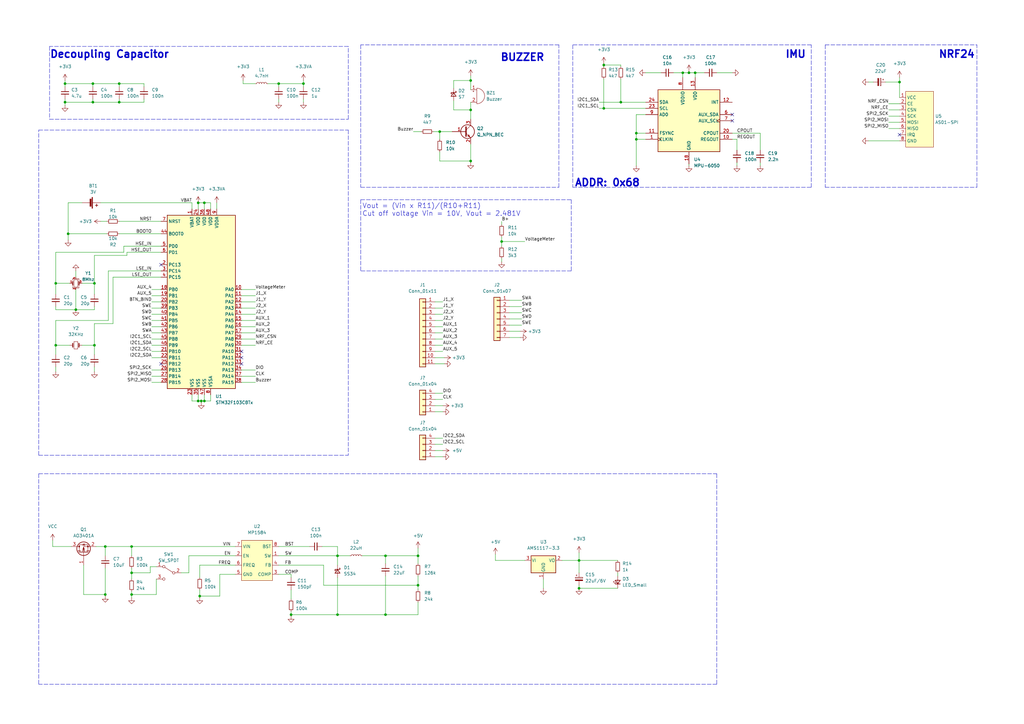
<source format=kicad_sch>
(kicad_sch (version 20211123) (generator eeschema)
  (paper "A3")
  (title_block (title "Digital Transmitter") (date "2022-09-16") (rev "Version 1.0") (company "BIT2BYTE"))
  (junction (at 53.975 234.95))
  (junction (at 368.935 33.655))
  (junction (at 193.04 66.04))
  (junction (at 282.575 29.845))
  (junction (at 280.035 29.845))
  (junction (at 193.04 45.085))
  (junction (at 83.82 83.185))
  (junction (at 38.735 141.605))
  (junction (at 81.28 83.185))
  (junction (at 31.115 127))
  (junction (at 237.49 241.3))
  (junction (at 260.985 57.15))
  (junction (at 138.43 252.095))
  (junction (at 48.895 34.29))
  (junction (at 205.74 99.06))
  (junction (at 38.735 116.205))
  (junction (at 171.45 227.965))
  (junction (at 38.1 41.91))
  (junction (at 119.38 252.095))
  (junction (at 22.86 116.205))
  (junction (at 81.28 164.465))
  (junction (at 247.65 26.67))
  (junction (at 180.34 53.975))
  (junction (at 158.115 252.095))
  (junction (at 193.04 33.02))
  (junction (at 285.115 29.845))
  (junction (at 38.1 34.29))
  (junction (at 22.86 141.605))
  (junction (at 260.985 54.61))
  (junction (at 83.82 164.465))
  (junction (at 26.67 34.29))
  (junction (at 254.635 41.91))
  (junction (at 53.975 243.84))
  (junction (at 114.3 34.29))
  (junction (at 43.18 224.155))
  (junction (at 138.43 227.965))
  (junction (at 171.45 240.03))
  (junction (at 158.115 227.965))
  (junction (at 81.915 244.475))
  (junction (at 124.46 34.29))
  (junction (at 27.94 95.885))
  (junction (at 43.18 243.84))
  (junction (at 247.65 44.45))
  (junction (at 26.67 41.91))
  (junction (at 237.49 229.87))
  (junction (at 48.895 41.91))
  (junction (at 82.55 164.465))
  (junction (at 53.975 224.155))
  (no_connect (at 300.355 49.53))
  (no_connect (at 300.355 46.99))
  (no_connect (at 368.935 55.245))
  (no_connect (at 66.04 149.225))
  (no_connect (at 66.04 108.585))
  (no_connect (at 99.06 149.225))
  (no_connect (at 99.06 146.685))
  (no_connect (at 99.06 144.145))
  (wire (pts (xy 64.135 237.49) (xy 64.135 243.84)))
  (polyline (pts (xy 15.875 194.31) (xy 15.875 280.67)))
  (wire (pts (xy 38.1 41.91) (xy 26.67 41.91)))
  (wire (pts (xy 62.23 141.605) (xy 66.04 141.605)))
  (wire (pts (xy 48.895 40.64) (xy 48.895 41.91)))
  (wire (pts (xy 178.435 187.325) (xy 181.61 187.325)))
  (wire (pts (xy 81.28 161.925) (xy 81.28 164.465)))
  (wire (pts (xy 38.1 40.64) (xy 38.1 41.91)))
  (wire (pts (xy 99.06 154.305) (xy 104.775 154.305)))
  (wire (pts (xy 27.94 95.885) (xy 27.94 98.425)))
  (wire (pts (xy 82.55 164.465) (xy 82.55 165.1)))
  (wire (pts (xy 260.985 57.15) (xy 264.795 57.15)))
  (wire (pts (xy 114.3 35.56) (xy 114.3 34.29)))
  (wire (pts (xy 260.985 54.61) (xy 264.795 54.61)))
  (polyline (pts (xy 25.4 48.895) (xy 142.875 48.895)))
  (wire (pts (xy 22.86 127) (xy 31.115 127)))
  (wire (pts (xy 260.985 57.15) (xy 260.985 67.945)))
  (wire (pts (xy 38.735 104.775) (xy 38.735 116.205)))
  (wire (pts (xy 59.055 41.91) (xy 48.895 41.91)))
  (polyline (pts (xy 160.02 76.835) (xy 229.235 76.835)))
  (wire (pts (xy 62.23 131.445) (xy 66.04 131.445)))
  (wire (pts (xy 28.575 116.205) (xy 22.86 116.205)))
  (wire (pts (xy 48.895 34.29) (xy 48.895 35.56)))
  (wire (pts (xy 364.49 47.625) (xy 368.935 47.625)))
  (wire (pts (xy 53.975 224.155) (xy 53.975 227.965)))
  (wire (pts (xy 99.06 133.985) (xy 104.775 133.985)))
  (polyline (pts (xy 294.005 280.67) (xy 15.875 280.67)))
  (wire (pts (xy 254.635 27.305) (xy 254.635 26.67)))
  (wire (pts (xy 205.74 97.155) (xy 205.74 99.06)))
  (wire (pts (xy 193.04 66.04) (xy 193.04 66.675)))
  (wire (pts (xy 193.04 41.91) (xy 193.04 45.085)))
  (wire (pts (xy 368.935 31.75) (xy 368.935 33.655)))
  (wire (pts (xy 41.275 90.805) (xy 43.815 90.805)))
  (wire (pts (xy 237.49 229.87) (xy 230.505 229.87)))
  (wire (pts (xy 52.07 104.775) (xy 38.735 104.775)))
  (wire (pts (xy 264.795 46.99) (xy 260.985 46.99)))
  (wire (pts (xy 53.975 242.57) (xy 53.975 243.84)))
  (wire (pts (xy 208.915 135.89) (xy 213.36 135.89)))
  (wire (pts (xy 99.06 128.905) (xy 104.775 128.905)))
  (wire (pts (xy 99.06 126.365) (xy 104.775 126.365)))
  (wire (pts (xy 22.86 116.205) (xy 22.86 120.65)))
  (wire (pts (xy 22.86 145.415) (xy 22.86 141.605)))
  (wire (pts (xy 364.49 42.545) (xy 368.935 42.545)))
  (wire (pts (xy 237.49 234.95) (xy 237.49 229.87)))
  (polyline (pts (xy 15.875 194.31) (xy 294.005 194.31)))
  (wire (pts (xy 21.59 221.615) (xy 21.59 224.155)))
  (wire (pts (xy 33.655 83.185) (xy 27.94 83.185)))
  (wire (pts (xy 114.3 235.585) (xy 119.38 235.585)))
  (wire (pts (xy 356.235 33.655) (xy 358.14 33.655)))
  (wire (pts (xy 178.435 163.83) (xy 181.61 163.83)))
  (polyline (pts (xy 338.455 18.415) (xy 400.685 18.415)))
  (wire (pts (xy 205.74 99.06) (xy 205.74 100.965)))
  (wire (pts (xy 247.65 44.45) (xy 264.795 44.45)))
  (wire (pts (xy 222.885 237.49) (xy 222.885 241.3)))
  (wire (pts (xy 356.235 57.785) (xy 368.935 57.785)))
  (wire (pts (xy 171.45 236.22) (xy 171.45 240.03)))
  (polyline (pts (xy 147.955 18.415) (xy 147.955 76.835)))
  (wire (pts (xy 78.74 161.925) (xy 78.74 164.465)))
  (polyline (pts (xy 229.235 18.415) (xy 147.955 18.415)))
  (wire (pts (xy 26.67 33.02) (xy 26.67 34.29)))
  (wire (pts (xy 53.975 243.84) (xy 53.975 245.11)))
  (wire (pts (xy 285.115 29.845) (xy 288.925 29.845)))
  (wire (pts (xy 119.38 250.825) (xy 119.38 252.095)))
  (wire (pts (xy 81.915 244.475) (xy 81.915 245.11)))
  (polyline (pts (xy 20.32 19.05) (xy 20.32 48.895)))
  (wire (pts (xy 178.435 179.705) (xy 181.61 179.705)))
  (wire (pts (xy 43.18 224.155) (xy 53.975 224.155)))
  (wire (pts (xy 186.055 33.02) (xy 193.04 33.02)))
  (wire (pts (xy 81.915 236.855) (xy 81.915 231.775)))
  (wire (pts (xy 38.735 125.73) (xy 38.735 127)))
  (wire (pts (xy 253.365 234.95) (xy 253.365 236.22)))
  (wire (pts (xy 62.23 118.745) (xy 66.04 118.745)))
  (wire (pts (xy 193.04 31.115) (xy 193.04 33.02)))
  (wire (pts (xy 62.23 133.985) (xy 66.04 133.985)))
  (wire (pts (xy 99.06 118.745) (xy 104.775 118.745)))
  (wire (pts (xy 245.745 44.45) (xy 247.65 44.45)))
  (wire (pts (xy 86.36 83.185) (xy 83.82 83.185)))
  (wire (pts (xy 66.04 113.665) (xy 46.355 113.665)))
  (wire (pts (xy 300.355 57.15) (xy 302.26 57.15)))
  (wire (pts (xy 86.36 161.925) (xy 86.36 164.465)))
  (wire (pts (xy 78.74 83.185) (xy 78.74 85.725)))
  (wire (pts (xy 138.43 227.965) (xy 143.51 227.965)))
  (wire (pts (xy 158.115 227.965) (xy 158.115 231.14)))
  (wire (pts (xy 178.435 144.145) (xy 181.61 144.145)))
  (wire (pts (xy 364.49 52.705) (xy 368.935 52.705)))
  (wire (pts (xy 77.47 234.95) (xy 77.47 227.965)))
  (wire (pts (xy 237.49 241.3) (xy 253.365 241.3)))
  (wire (pts (xy 171.45 240.03) (xy 171.45 241.935)))
  (wire (pts (xy 33.655 141.605) (xy 38.735 141.605)))
  (wire (pts (xy 208.915 123.19) (xy 213.995 123.19)))
  (wire (pts (xy 48.895 90.805) (xy 66.04 90.805)))
  (wire (pts (xy 34.29 243.84) (xy 43.18 243.84)))
  (wire (pts (xy 43.18 243.84) (xy 43.18 244.475)))
  (wire (pts (xy 119.38 241.935) (xy 119.38 245.745)))
  (wire (pts (xy 90.17 244.475) (xy 81.915 244.475)))
  (wire (pts (xy 177.8 53.975) (xy 180.34 53.975)))
  (wire (pts (xy 52.07 103.505) (xy 52.07 104.775)))
  (wire (pts (xy 62.23 146.685) (xy 66.04 146.685)))
  (wire (pts (xy 22.86 150.495) (xy 22.86 152.4)))
  (wire (pts (xy 193.04 33.02) (xy 193.04 36.83)))
  (wire (pts (xy 43.18 233.045) (xy 43.18 243.84)))
  (wire (pts (xy 99.06 136.525) (xy 104.775 136.525)))
  (wire (pts (xy 247.65 32.385) (xy 247.65 44.45)))
  (wire (pts (xy 38.735 132.715) (xy 38.735 141.605)))
  (wire (pts (xy 186.055 45.085) (xy 193.04 45.085)))
  (wire (pts (xy 43.18 224.155) (xy 43.18 227.965)))
  (wire (pts (xy 171.45 227.965) (xy 171.45 231.14)))
  (wire (pts (xy 34.29 231.775) (xy 34.29 243.84)))
  (wire (pts (xy 178.435 126.365) (xy 181.61 126.365)))
  (wire (pts (xy 208.915 125.73) (xy 213.995 125.73)))
  (wire (pts (xy 178.435 149.225) (xy 182.245 149.225)))
  (wire (pts (xy 83.82 83.185) (xy 81.28 83.185)))
  (wire (pts (xy 311.785 54.61) (xy 300.355 54.61)))
  (wire (pts (xy 178.435 136.525) (xy 181.61 136.525)))
  (wire (pts (xy 90.17 235.585) (xy 90.17 244.475)))
  (polyline (pts (xy 147.955 81.915) (xy 147.955 111.125)))
  (wire (pts (xy 64.135 243.84) (xy 53.975 243.84)))
  (wire (pts (xy 254.635 41.91) (xy 264.795 41.91)))
  (wire (pts (xy 247.65 26.67) (xy 247.65 27.305)))
  (wire (pts (xy 48.895 41.91) (xy 38.1 41.91)))
  (wire (pts (xy 237.49 240.03) (xy 237.49 241.3)))
  (wire (pts (xy 38.1 34.29) (xy 38.1 35.56)))
  (wire (pts (xy 53.975 234.95) (xy 53.975 237.49)))
  (wire (pts (xy 205.74 106.045) (xy 205.74 107.315)))
  (wire (pts (xy 83.82 164.465) (xy 86.36 164.465)))
  (wire (pts (xy 186.055 41.275) (xy 186.055 45.085)))
  (wire (pts (xy 50.8 103.505) (xy 50.8 100.965)))
  (wire (pts (xy 158.115 252.095) (xy 171.45 252.095)))
  (wire (pts (xy 186.055 36.195) (xy 186.055 33.02)))
  (wire (pts (xy 38.735 127) (xy 31.115 127)))
  (wire (pts (xy 53.975 224.155) (xy 96.52 224.155)))
  (wire (pts (xy 178.435 146.685) (xy 182.245 146.685)))
  (wire (pts (xy 62.23 154.305) (xy 66.04 154.305)))
  (wire (pts (xy 260.985 54.61) (xy 260.985 57.15)))
  (wire (pts (xy 215.265 229.87) (xy 203.2 229.87)))
  (wire (pts (xy 26.67 34.29) (xy 26.67 35.56)))
  (wire (pts (xy 44.45 131.445) (xy 44.45 111.125)))
  (wire (pts (xy 22.86 125.73) (xy 22.86 127)))
  (wire (pts (xy 119.38 252.095) (xy 119.38 252.73)))
  (wire (pts (xy 53.975 233.045) (xy 53.975 234.95)))
  (wire (pts (xy 285.115 31.75) (xy 285.115 29.845)))
  (wire (pts (xy 260.985 46.99) (xy 260.985 54.61)))
  (wire (pts (xy 280.035 29.845) (xy 280.035 31.75)))
  (wire (pts (xy 208.915 130.81) (xy 213.995 130.81)))
  (wire (pts (xy 132.715 231.775) (xy 114.3 231.775)))
  (wire (pts (xy 22.86 131.445) (xy 44.45 131.445)))
  (polyline (pts (xy 332.74 76.835) (xy 332.74 18.415)))
  (wire (pts (xy 26.67 34.29) (xy 38.1 34.29)))
  (wire (pts (xy 178.435 166.37) (xy 181.61 166.37)))
  (wire (pts (xy 99.06 141.605) (xy 104.775 141.605)))
  (wire (pts (xy 193.04 45.085) (xy 193.04 48.895)))
  (wire (pts (xy 38.735 150.495) (xy 38.735 152.4)))
  (wire (pts (xy 180.34 66.04) (xy 193.04 66.04)))
  (wire (pts (xy 138.43 252.095) (xy 119.38 252.095)))
  (wire (pts (xy 81.915 241.935) (xy 81.915 244.475)))
  (wire (pts (xy 62.23 144.145) (xy 66.04 144.145)))
  (wire (pts (xy 282.575 29.21) (xy 282.575 29.845)))
  (wire (pts (xy 245.745 41.91) (xy 254.635 41.91)))
  (polyline (pts (xy 15.875 186.69) (xy 15.875 53.34)))
  (wire (pts (xy 114.3 227.965) (xy 138.43 227.965)))
  (wire (pts (xy 280.035 29.845) (xy 282.575 29.845)))
  (wire (pts (xy 62.23 128.905) (xy 66.04 128.905)))
  (wire (pts (xy 99.06 131.445) (xy 104.775 131.445)))
  (wire (pts (xy 254.635 32.385) (xy 254.635 41.91)))
  (polyline (pts (xy 147.955 76.835) (xy 160.02 76.835)))
  (wire (pts (xy 282.575 67.31) (xy 282.575 67.945)))
  (wire (pts (xy 81.28 164.465) (xy 82.55 164.465)))
  (wire (pts (xy 31.115 118.745) (xy 31.115 127)))
  (wire (pts (xy 171.45 240.03) (xy 132.715 240.03)))
  (wire (pts (xy 180.34 57.15) (xy 180.34 53.975)))
  (polyline (pts (xy 234.315 111.125) (xy 147.955 111.125)))
  (wire (pts (xy 178.435 123.825) (xy 181.61 123.825)))
  (wire (pts (xy 26.67 40.64) (xy 26.67 41.91)))
  (wire (pts (xy 203.2 229.87) (xy 203.2 227.33)))
  (wire (pts (xy 282.575 29.845) (xy 285.115 29.845)))
  (wire (pts (xy 114.3 34.29) (xy 124.46 34.29)))
  (wire (pts (xy 208.915 128.27) (xy 213.995 128.27)))
  (polyline (pts (xy 234.315 81.915) (xy 234.315 111.125)))
  (wire (pts (xy 99.06 151.765) (xy 104.775 151.765)))
  (wire (pts (xy 237.49 229.87) (xy 253.365 229.87)))
  (polyline (pts (xy 142.875 48.895) (xy 142.875 19.05)))
  (wire (pts (xy 138.43 227.965) (xy 138.43 231.775)))
  (wire (pts (xy 82.55 164.465) (xy 83.82 164.465)))
  (wire (pts (xy 44.45 111.125) (xy 66.04 111.125)))
  (wire (pts (xy 62.23 121.285) (xy 66.04 121.285)))
  (wire (pts (xy 83.82 161.925) (xy 83.82 164.465)))
  (wire (pts (xy 264.795 29.845) (xy 271.145 29.845)))
  (wire (pts (xy 169.545 53.975) (xy 172.72 53.975)))
  (wire (pts (xy 124.46 40.64) (xy 124.46 41.91)))
  (polyline (pts (xy 338.455 18.415) (xy 338.455 76.835)))
  (wire (pts (xy 66.04 103.505) (xy 52.07 103.505)))
  (wire (pts (xy 114.3 224.155) (xy 127 224.155)))
  (polyline (pts (xy 142.875 53.34) (xy 142.875 186.69)))
  (wire (pts (xy 193.04 59.055) (xy 193.04 66.04)))
  (wire (pts (xy 158.115 227.965) (xy 171.45 227.965)))
  (wire (pts (xy 178.435 182.245) (xy 181.61 182.245)))
  (polyline (pts (xy 15.875 186.69) (xy 142.875 186.69)))
  (wire (pts (xy 99.695 33.02) (xy 99.695 34.29)))
  (wire (pts (xy 38.735 141.605) (xy 38.735 145.415)))
  (wire (pts (xy 138.43 224.155) (xy 138.43 227.965)))
  (wire (pts (xy 124.46 34.29) (xy 124.46 35.56)))
  (wire (pts (xy 26.67 41.91) (xy 26.67 43.18)))
  (wire (pts (xy 311.785 66.675) (xy 311.785 67.945)))
  (wire (pts (xy 138.43 236.855) (xy 138.43 252.095)))
  (wire (pts (xy 158.115 236.22) (xy 158.115 252.095)))
  (wire (pts (xy 124.46 33.02) (xy 124.46 34.29)))
  (wire (pts (xy 38.1 34.29) (xy 48.895 34.29)))
  (wire (pts (xy 62.23 151.765) (xy 66.04 151.765)))
  (wire (pts (xy 178.435 168.91) (xy 181.61 168.91)))
  (wire (pts (xy 132.08 224.155) (xy 138.43 224.155)))
  (wire (pts (xy 368.935 33.655) (xy 368.935 40.005)))
  (wire (pts (xy 64.135 232.41) (xy 61.595 232.41)))
  (wire (pts (xy 363.22 33.655) (xy 368.935 33.655)))
  (wire (pts (xy 86.36 85.725) (xy 86.36 83.185)))
  (wire (pts (xy 48.895 34.29) (xy 59.055 34.29)))
  (polyline (pts (xy 338.455 76.835) (xy 400.685 76.835)))
  (wire (pts (xy 237.49 226.695) (xy 237.49 229.87)))
  (wire (pts (xy 109.855 34.29) (xy 114.3 34.29)))
  (wire (pts (xy 22.86 116.205) (xy 22.86 103.505)))
  (polyline (pts (xy 142.875 19.05) (xy 20.32 19.05)))
  (wire (pts (xy 171.45 224.79) (xy 171.45 227.965)))
  (wire (pts (xy 208.915 133.35) (xy 213.995 133.35)))
  (wire (pts (xy 302.26 57.15) (xy 302.26 61.595)))
  (wire (pts (xy 22.86 141.605) (xy 28.575 141.605)))
  (wire (pts (xy 364.49 50.165) (xy 368.935 50.165)))
  (wire (pts (xy 171.45 252.095) (xy 171.45 247.015)))
  (wire (pts (xy 59.055 34.29) (xy 59.055 35.56)))
  (wire (pts (xy 41.275 83.185) (xy 78.74 83.185)))
  (wire (pts (xy 38.735 116.205) (xy 38.735 120.65)))
  (wire (pts (xy 50.8 100.965) (xy 66.04 100.965)))
  (wire (pts (xy 62.23 136.525) (xy 66.04 136.525)))
  (wire (pts (xy 178.435 141.605) (xy 181.61 141.605)))
  (wire (pts (xy 158.115 252.095) (xy 138.43 252.095)))
  (wire (pts (xy 31.115 111.125) (xy 31.115 113.665)))
  (wire (pts (xy 132.715 240.03) (xy 132.715 231.775)))
  (wire (pts (xy 99.06 139.065) (xy 104.775 139.065)))
  (wire (pts (xy 247.65 26.035) (xy 247.65 26.67)))
  (wire (pts (xy 62.23 123.825) (xy 66.04 123.825)))
  (wire (pts (xy 78.74 164.465) (xy 81.28 164.465)))
  (wire (pts (xy 208.915 138.43) (xy 213.36 138.43)))
  (wire (pts (xy 62.23 126.365) (xy 66.04 126.365)))
  (wire (pts (xy 46.355 113.665) (xy 46.355 132.715)))
  (wire (pts (xy 27.94 95.885) (xy 27.94 83.185)))
  (wire (pts (xy 178.435 128.905) (xy 181.61 128.905)))
  (polyline (pts (xy 20.32 48.895) (xy 25.4 48.895)))
  (wire (pts (xy 364.49 45.085) (xy 368.935 45.085)))
  (wire (pts (xy 22.86 141.605) (xy 22.86 131.445)))
  (polyline (pts (xy 229.235 76.835) (xy 229.235 18.415)))
  (wire (pts (xy 77.47 227.965) (xy 96.52 227.965)))
  (wire (pts (xy 311.785 61.595) (xy 311.785 54.61)))
  (polyline (pts (xy 294.005 194.31) (xy 294.005 280.67)))
  (wire (pts (xy 43.815 95.885) (xy 27.94 95.885)))
  (polyline (pts (xy 332.74 18.415) (xy 234.95 18.415)))
  (wire (pts (xy 22.86 103.505) (xy 50.8 103.505)))
  (wire (pts (xy 205.74 90.805) (xy 205.74 92.075)))
  (wire (pts (xy 59.055 40.64) (xy 59.055 41.91)))
  (wire (pts (xy 81.28 83.185) (xy 81.28 85.725)))
  (wire (pts (xy 294.005 29.845) (xy 300.355 29.845)))
  (polyline (pts (xy 234.95 18.415) (xy 234.95 76.835)))
  (wire (pts (xy 81.915 231.775) (xy 96.52 231.775)))
  (wire (pts (xy 61.595 234.95) (xy 53.975 234.95)))
  (wire (pts (xy 96.52 235.585) (xy 90.17 235.585)))
  (wire (pts (xy 99.06 156.845) (xy 104.775 156.845)))
  (wire (pts (xy 205.74 99.06) (xy 215.265 99.06)))
  (polyline (pts (xy 15.875 53.34) (xy 142.875 53.34)))
  (wire (pts (xy 254.635 26.67) (xy 247.65 26.67)))
  (wire (pts (xy 99.695 34.29) (xy 104.775 34.29)))
  (wire (pts (xy 178.435 133.985) (xy 181.61 133.985)))
  (wire (pts (xy 276.225 29.845) (xy 280.035 29.845)))
  (wire (pts (xy 99.06 121.285) (xy 104.775 121.285)))
  (wire (pts (xy 74.295 234.95) (xy 77.47 234.95)))
  (wire (pts (xy 21.59 224.155) (xy 29.21 224.155)))
  (wire (pts (xy 180.34 53.975) (xy 185.42 53.975)))
  (wire (pts (xy 178.435 131.445) (xy 181.61 131.445)))
  (wire (pts (xy 178.435 184.785) (xy 181.61 184.785)))
  (wire (pts (xy 114.3 40.64) (xy 114.3 41.91)))
  (polyline (pts (xy 400.685 76.835) (xy 400.685 18.415)))
  (wire (pts (xy 61.595 232.41) (xy 61.595 234.95)))
  (wire (pts (xy 88.9 83.185) (xy 88.9 85.725)))
  (wire (pts (xy 62.23 156.845) (xy 66.04 156.845)))
  (wire (pts (xy 119.38 235.585) (xy 119.38 236.855)))
  (wire (pts (xy 83.82 83.185) (xy 83.82 85.725)))
  (wire (pts (xy 178.435 139.065) (xy 181.61 139.065)))
  (polyline (pts (xy 234.95 76.835) (xy 332.74 76.835)))
  (polyline (pts (xy 147.955 81.915) (xy 234.315 81.915)))
  (wire (pts (xy 148.59 227.965) (xy 158.115 227.965)))
  (wire (pts (xy 62.23 139.065) (xy 66.04 139.065)))
  (wire (pts (xy 99.06 123.825) (xy 104.775 123.825)))
  (wire (pts (xy 302.26 66.675) (xy 302.26 67.945)))
  (wire (pts (xy 48.895 95.885) (xy 66.04 95.885)))
  (wire (pts (xy 178.435 161.29) (xy 181.61 161.29)))
  (wire (pts (xy 46.355 132.715) (xy 38.735 132.715)))
  (wire (pts (xy 180.34 62.23) (xy 180.34 66.04)))
  (wire (pts (xy 33.655 116.205) (xy 38.735 116.205)))
  (wire (pts (xy 39.37 224.155) (xy 43.18 224.155)))
  (text "Vout = (Vin x R11)/(R10+R11)" (at 148.59 85.725 0) (effects (font (size 2 2)) (justify left bottom)))
  (text "Cut off voltage Vin = 10V, Vout = 2.481V" (at 148.59 88.9 0) (effects (font (size 2 2)) (justify left bottom)))
  (text "NRF24" (at 384.81 24.13 0) (effects (font (size 3 3) bold) (justify left bottom)))
  (text "BUZZER" (at 205.105 25.4 0) (effects (font (size 3 3) bold) (justify left bottom)))
  (text "Decoupling Capacitor" (at 20.32 24.13 0) (effects (font (size 3 3) bold) (justify left bottom)))
  (text "ADDR: 0x68" (at 235.585 76.835 0) (effects (font (size 3 3) bold) (justify left bottom)))
  (text "IMU" (at 321.945 24.13 0) (effects (font (size 3 3) (thickness 0.6) bold) (justify left bottom)))
  (label "SPI2_MISO" (at 62.23 154.305 180))
  (label "SWA" (at 213.995 123.19 0))
  (label "FB" (at 116.84 231.775 0))
  (label "AUX_3" (at 104.775 136.525 0))
  (label "CPOUT" (at 302.26 54.61 0))
  (label "I2C2_SCL" (at 62.23 144.145 180))
  (label "I2C2_SCL" (at 181.61 182.245 0))
  (label "J1_X" (at 181.61 123.825 0))
  (label "AUX_1" (at 181.61 133.985 0))
  (label "NRST" (at 62.23 90.805 180))
  (label "VoltageMeter" (at 215.265 99.06 0))
  (label "J1_Y" (at 181.61 126.365 0))
  (label "LSE_OUT" (at 62.23 113.665 180))
  (label "NRF_CSN" (at 364.49 42.545 180))
  (label "SWD" (at 213.995 130.81 0))
  (label "SPI2_MOSI" (at 364.49 50.165 180))
  (label "Buzzer" (at 169.545 53.975 180))
  (label "SWC" (at 62.23 131.445 180))
  (label "Buzzer" (at 104.775 156.845 0))
  (label "SWB" (at 62.23 133.985 180))
  (label "VIN" (at 94.615 224.155 180))
  (label "I2C1_SCL" (at 245.745 44.45 180))
  (label "HSE_OUT" (at 62.23 103.505 180))
  (label "I2C2_SDA" (at 62.23 146.685 180))
  (label "BOOTO" (at 62.23 95.885 180))
  (label "NRF_CE" (at 104.775 141.605 0))
  (label "DIO" (at 104.775 151.765 0))
  (label "EN" (at 94.615 227.965 180))
  (label "SWA" (at 62.23 136.525 180))
  (label "J2_Y" (at 181.61 131.445 0))
  (label "NRF_CE" (at 364.49 45.085 180))
  (label "SPI2_MISO" (at 364.49 52.705 180))
  (label "AUX_2" (at 104.775 133.985 0))
  (label "SPI2_SCK" (at 364.49 47.625 180))
  (label "SWE" (at 213.995 133.35 0))
  (label "SWB" (at 213.995 125.73 0))
  (label "REGOUT" (at 302.26 57.15 0))
  (label "SWD" (at 62.23 128.905 180))
  (label "J2_X" (at 104.775 126.365 0))
  (label "VBAT" (at 78.74 83.185 180))
  (label "VoltageMeter" (at 104.775 118.745 0))
  (label "I2C2_SDA" (at 181.61 179.705 0))
  (label "AUX_1" (at 104.775 131.445 0))
  (label "HSE_IN" (at 62.23 100.965 180))
  (label "I2C1_SDA" (at 245.745 41.91 180))
  (label "BST" (at 116.84 224.155 0))
  (label "B+" (at 205.74 90.805 0))
  (label "AUX_5" (at 62.23 121.285 180))
  (label "SWC" (at 213.995 128.27 0))
  (label "NRF_CSN" (at 104.775 139.065 0))
  (label "AUX_2" (at 181.61 136.525 0))
  (label "SW" (at 116.84 227.965 0))
  (label "I2C1_SDA" (at 62.23 141.605 180))
  (label "SPI2_MOSI" (at 62.23 156.845 180))
  (label "BTN_BIND" (at 62.23 123.825 180))
  (label "DIO" (at 181.61 161.29 0))
  (label "AUX_5" (at 181.61 144.145 0))
  (label "CLK" (at 104.775 154.305 0))
  (label "AUX_3" (at 181.61 139.065 0))
  (label "J2_Y" (at 104.775 128.905 0))
  (label "J1_Y" (at 104.775 123.825 0))
  (label "I2C1_SCL" (at 62.23 139.065 180))
  (label "COMP" (at 116.84 235.585 0))
  (label "AUX_4" (at 181.61 141.605 0))
  (label "AUX_4" (at 62.23 118.745 180))
  (label "SPI2_SCK" (at 62.23 151.765 180))
  (label "J2_X" (at 181.61 128.905 0))
  (label "LSE_IN" (at 62.23 111.125 180))
  (label "FREQ" (at 94.615 231.775 180))
  (label "CLK" (at 181.61 163.83 0))
  (label "J1_X" (at 104.775 121.285 0))
  (label "SWE" (at 62.23 126.365 180))
  (symbol (lib_id "power:+3.3VA") (at 124.46 33.02 0) (unit 1)
    (property "Reference" "#PWR019" (effects hide))
    (property "Value" "+3.3VA" (at 124.46 27.305 0))
  )
  (symbol (lib_id "Device:C_Small") (at 22.86 147.955 0) (unit 1)
    (property "Reference" "C2" (at 26.035 146.6912 0) (effects (justify left)))
    (property "Value" "20p" (at 26.035 149.2312 0) (effects (justify left)))
    (property "Footprint" "Capacitor_SMD:C_0603_1608Metric" (effects hide))
  )
  (symbol (lib_id "power:+3.3V") (at 99.695 33.02 0) (unit 1)
    (property "Reference" "#PWR016" (effects hide))
    (property "Value" "+3.3V" (at 99.695 27.305 0))
  )
  (symbol (lib_id "Device:C_Small") (at 129.54 224.155 90) (unit 1)
    (property "Reference" "C13" (at 129.5463 217.17 90))
    (property "Value" "100n" (at 129.5463 219.71 90))
    (property "Footprint" "Capacitor_SMD:C_0603_1608Metric" (effects hide))
  )
  (symbol (lib_id "power:+3.3V") (at 41.275 90.805 90) (unit 1)
    (property "Reference" "#PWR09" (effects hide))
    (property "Value" "+3.3V" (at 32.385 90.805 90) (effects (justify right)))
  )
  (symbol (lib_id "Device:C_Small") (at 273.685 29.845 90) (unit 1)
    (property "Reference" "C16" (at 273.6913 23.495 90))
    (property "Value" "10n" (at 273.6913 26.035 90))
    (property "Footprint" "Capacitor_SMD:C_0603_1608Metric" (effects hide))
  )
  (symbol (lib_id "power:GND") (at 181.61 168.91 90) (unit 1)
    (property "Reference" "#PWR?" (effects hide))
    (property "Value" "GND" (effects hide))
  )
  (symbol (lib_id "power:GND") (at 31.115 111.125 180) (unit 1)
    (property "Reference" "#PWR06" (effects hide))
    (property "Value" "GND" (effects hide))
  )
  (symbol (lib_id "Device:D_Schottky_Small") (at 186.055 38.735 270) (unit 1)
    (property "Reference" "D2" (at 187.96 37.2109 90) (effects (justify left)))
    (property "Value" "S7" (at 187.96 39.7509 90) (effects (justify left)))
  )
  (symbol (lib_id "power:+5V") (at 171.45 224.79 0) (unit 1)
    (property "Reference" "#PWR021" (effects hide))
    (property "Value" "+5V" (at 171.45 219.71 0))
  )
  (symbol (lib_id "power:GND") (at 260.985 67.945 0) (unit 1)
    (property "Reference" "#PWR034" (effects hide))
    (property "Value" "GND" (effects hide))
  )
  (symbol (lib_id "Device:R_Small") (at 53.975 240.03 0) (unit 1)
    (property "Reference" "R4" (at 55.88 238.7599 0) (effects (justify left)))
    (property "Value" "24k" (at 55.88 241.2999 0) (effects (justify left)))
    (property "Footprint" "Resistor_SMD:R_0603_1608Metric" (effects hide))
  )
  (symbol (lib_id "Device:Crystal_Small") (at 31.115 141.605 0) (unit 1)
    (property "Reference" "Y2" (at 31.115 134.62 0))
    (property "Value" "32KHz" (at 31.115 137.16 0))
    (property "Footprint" "Crystal:Crystal_SMD_3215-2Pin_3.2x1.5mm" (effects hide))
  )
  (symbol (lib_id "Device:R_Small") (at 53.975 230.505 0) (unit 1)
    (property "Reference" "R3" (at 55.88 229.2349 0) (effects (justify left)))
    (property "Value" "100k" (at 55.88 231.7749 0) (effects (justify left)))
    (property "Footprint" "Resistor_SMD:R_0603_1608Metric" (effects hide))
  )
  (symbol (lib_id "power:GND") (at 264.795 29.845 270) (unit 1)
    (property "Reference" "#PWR035" (effects hide))
    (property "Value" "GND" (effects hide))
  )
  (symbol (lib_id "Device:R_Small") (at 171.45 233.68 0) (unit 1)
    (property "Reference" "R7" (at 173.99 232.4099 0) (effects (justify left)))
    (property "Value" "126k" (at 173.99 234.9499 0) (effects (justify left)))
    (property "Footprint" "Resistor_SMD:R_0603_1608Metric" (effects hide))
  )
  (symbol (lib_id "Device:C_Small") (at 124.46 38.1 0) (unit 1)
    (property "Reference" "C12" (at 127.635 36.8362 0) (effects (justify left)))
    (property "Value" "1u" (at 127.635 39.3762 0) (effects (justify left)))
    (property "Footprint" "Capacitor_SMD:C_0603_1608Metric" (effects hide))
  )
  (symbol (lib_id "Device:C_Small") (at 26.67 38.1 0) (unit 1)
    (property "Reference" "C3" (at 29.21 36.8362 0) (effects (justify left)))
    (property "Value" "4.7u" (at 29.21 39.3762 0) (effects (justify left)))
    (property "Footprint" "Capacitor_SMD:C_0805_2012Metric" (effects hide))
  )
  (symbol (lib_id "Device:L_Small") (at 146.05 227.965 90) (unit 1)
    (property "Reference" "L2" (at 146.05 222.25 90))
    (property "Value" "22uH" (at 146.05 224.79 90))
    (property "Footprint" "Inductor_SMD:L_7.3x7.3_H4.5" (effects hide))
  )
  (symbol (lib_id "power:+3.3V") (at 182.245 146.685 270) (unit 1)
    (property "Reference" "#PWR022" (effects hide))
    (property "Value" "+3.3V" (at 185.42 146.6849 90) (effects (justify left)))
  )
  (symbol (lib_id "power:GND") (at 356.235 33.655 270) (unit 1)
    (property "Reference" "#PWR041" (effects hide))
    (property "Value" "GND" (effects hide))
  )
  (symbol (lib_id "Device:C_Small") (at 119.38 239.395 0) (unit 1)
    (property "Reference" "C11" (at 121.92 238.1312 0) (effects (justify left)))
    (property "Value" "150pF" (at 121.92 240.6712 0) (effects (justify left)))
    (property "Footprint" "Capacitor_SMD:C_0603_1608Metric" (effects hide))
  )
  (symbol (lib_id "power:GND") (at 81.915 245.11 0) (unit 1)
    (property "Reference" "#PWR013" (effects hide))
    (property "Value" "GND" (effects hide))
  )
  (symbol (lib_id "power:GND") (at 22.86 152.4 0) (unit 1)
    (property "Reference" "#PWR02" (effects hide))
    (property "Value" "GND" (effects hide))
  )
  (symbol (lib_id "Device:Buzzer") (at 195.58 39.37 0) (unit 1)
    (property "Reference" "BZ1" (at 199.39 38.0999 0) (effects (justify left)))
    (property "Value" "Buzzer" (at 199.39 40.6399 0) (effects (justify left)))
  )
  (symbol (lib_id "Device:C_Small") (at 48.895 38.1 0) (unit 1)
    (property "Reference" "C8" (at 52.07 36.8362 0) (effects (justify left)))
    (property "Value" "100n" (at 52.07 39.3762 0) (effects (justify left)))
    (property "Footprint" "Capacitor_SMD:C_0603_1608Metric" (effects hide))
  )
  (symbol (lib_id "Device:Battery_Cell") (at 36.195 83.185 270) (unit 1)
    (property "Reference" "BT1" (at 38.227 76.2 90))
    (property "Value" "3V" (at 38.227 78.74 90))
  )
  (symbol (lib_id "power:GND") (at 181.61 187.325 90) (unit 1)
    (property "Reference" "#PWR?" (effects hide))
    (property "Value" "GND" (effects hide))
  )
  (symbol (lib_id "power:GND") (at 302.26 67.945 0) (unit 1)
    (property "Reference" "#PWR039" (effects hide))
    (property "Value" "GND" (effects hide))
  )
  (symbol (lib_id "Switch:SW_SPDT") (at 69.215 234.95 0) (mirror y) (unit 1)
    (property "Reference" "SW1" (at 69.215 227.33 0))
    (property "Value" "SW_SPDT" (at 69.215 229.87 0))
  )
  (symbol (lib_id "Device:R_Small") (at 175.26 53.975 90) (unit 1)
    (property "Reference" "R9" (at 175.26 47.625 90))
    (property "Value" "4k7" (at 175.26 50.165 90))
    (property "Footprint" "Resistor_SMD:R_0603_1608Metric" (effects hide))
  )
  (symbol (lib_id "Device:C_Polarized_Small") (at 237.49 237.49 0) (unit 1)
    (property "Reference" "C15" (at 240.03 235.6738 0) (effects (justify left)))
    (property "Value" "22uF/6V" (at 240.03 238.2138 0) (effects (justify left)))
    (property "Footprint" "Capacitor_Tantalum_SMD:CP_EIA-3216-10_Kemet-I" (effects hide))
  )
  (symbol (lib_id "power:GND") (at 237.49 241.3 0) (unit 1)
    (property "Reference" "#PWR032" (effects hide))
    (property "Value" "GND" (effects hide))
  )
  (symbol (lib_id "power:VCC") (at 21.59 221.615 0) (unit 1)
    (property "Reference" "#PWR01" (effects hide))
    (property "Value" "VCC" (at 21.59 215.9 0))
  )
  (symbol (lib_id "power:GND") (at 119.38 252.73 0) (unit 1)
    (property "Reference" "#PWR018" (effects hide))
    (property "Value" "GND" (effects hide))
  )
  (symbol (lib_id "Device:C_Small") (at 291.465 29.845 90) (unit 1)
    (property "Reference" "C17" (at 291.4713 23.495 90))
    (property "Value" "100n" (at 291.4713 26.035 90))
    (property "Footprint" "Capacitor_SMD:C_0603_1608Metric" (effects hide))
  )
  (symbol (lib_id "myCustomLibs:AS01-SPI") (at 387.985 47.625 0) (unit 1)
    (property "Reference" "U5" (at 383.54 47.6249 0) (effects (justify left)))
    (property "Value" "AS01-SPI" (at 383.54 50.1649 0) (effects (justify left)))
    (property "Footprint" "myCustomLibs:AS01-SPI" (effects hide))
  )
  (symbol (lib_id "Device:R_Small") (at 253.365 232.41 0) (unit 1)
    (property "Reference" "R14" (at 255.27 231.1399 0) (effects (justify left)))
    (property "Value" "1k" (at 255.27 233.6799 0) (effects (justify left)))
    (property "Footprint" "Resistor_SMD:R_0603_1608Metric" (effects hide))
  )
  (symbol (lib_id "power:+3.3V") (at 247.65 26.035 0) (unit 1)
    (property "Reference" "#PWR033" (effects hide))
    (property "Value" "+3.3V" (at 247.65 20.32 0))
  )
  (symbol (lib_id "power:GND") (at 205.74 107.315 0) (unit 1)
    (property "Reference" "#PWR027" (effects hide))
    (property "Value" "GND" (effects hide))
  )
  (symbol (lib_id "Device:C_Small") (at 22.86 123.19 0) (unit 1)
    (property "Reference" "C1" (at 26.035 121.9262 0) (effects (justify left)))
    (property "Value" "20p" (at 26.035 124.4662 0) (effects (justify left)))
    (property "Footprint" "Capacitor_SMD:C_0603_1608Metric" (effects hide))
  )
  (symbol (lib_id "Device:Crystal_GND24_Small") (at 31.115 116.205 0) (unit 1)
    (property "Reference" "Y1" (at 36.195 112.0648 0))
    (property "Value" "8Mhz" (at 36.195 114.6048 0))
    (property "Footprint" "Crystal:Crystal_SMD_3225-4Pin_3.2x2.5mm" (effects hide))
  )
  (symbol (lib_id "power:+5V") (at 203.2 227.33 0) (unit 1)
    (property "Reference" "#PWR026" (effects hide))
    (property "Value" "+5V" (at 203.2 222.25 0))
  )
  (symbol (lib_id "power:+3.3V") (at 181.61 166.37 270) (unit 1)
    (property "Reference" "#PWR?" (effects hide))
    (property "Value" "+3.3V" (at 184.785 166.3699 90) (effects (justify left)))
  )
  (symbol (lib_id "power:+3.3V") (at 282.575 29.21 0) (unit 1)
    (property "Reference" "#PWR036" (effects hide))
    (property "Value" "+3.3V" (at 282.575 23.495 0))
  )
  (symbol (lib_id "Device:C_Small") (at 38.735 123.19 0) (unit 1)
    (property "Reference" "C5" (at 33.02 121.92 0) (effects (justify left)))
    (property "Value" "20p" (at 33.02 124.46 0) (effects (justify left)))
    (property "Footprint" "Capacitor_SMD:C_0603_1608Metric" (effects hide))
  )
  (symbol (lib_id "power:GND") (at 26.67 43.18 0) (unit 1)
    (property "Reference" "#PWR04" (effects hide))
    (property "Value" "GND" (effects hide))
  )
  (symbol (lib_id "power:GND") (at 311.785 67.945 0) (unit 1)
    (property "Reference" "#PWR040" (effects hide))
    (property "Value" "GND" (effects hide))
  )
  (symbol (lib_id "Device:R_Small") (at 180.34 59.69 180) (unit 1)
    (property "Reference" "R10" (at 182.88 58.4199 0) (effects (justify right)))
    (property "Value" "10k" (at 182.88 60.9599 0) (effects (justify right)))
    (property "Footprint" "Resistor_SMD:R_0603_1608Metric" (effects hide))
  )
  (symbol (lib_id "power:GND") (at 43.18 244.475 0) (unit 1)
    (property "Reference" "#PWR010" (effects hide))
    (property "Value" "GND" (effects hide))
  )
  (symbol (lib_id "MCU_ST_STM32F1:STM32F103C8Tx") (at 83.82 123.825 0) (unit 1)
    (property "Reference" "U1" (at 88.3794 162.56 0) (effects (justify left)))
    (property "Value" "STM32F103C8Tx" (at 88.3794 165.1 0) (effects (justify left)))
    (property "Footprint" "Package_QFP:LQFP-48_7x7mm_P0.5mm" (effects hide))
    (property "Datasheet" "http://www.st.com/st-web-ui/static/active/en/resource/technical/document/datasheet/CD00161566.pdf" (effects hide))
  )
  (symbol (lib_id "power:GND") (at 300.355 29.845 90) (unit 1)
    (property "Reference" "#PWR038" (effects hide))
    (property "Value" "GND" (effects hide))
  )
  (symbol (lib_id "Device:R_Small") (at 81.915 239.395 0) (unit 1)
    (property "Reference" "R5" (at 83.82 238.1249 0) (effects (justify left)))
    (property "Value" "100k" (at 83.82 240.6649 0) (effects (justify left)))
    (property "Footprint" "Resistor_SMD:R_0603_1608Metric" (effects hide))
  )
  (symbol (lib_id "Transistor_FET:AO3401A") (at 34.29 226.695 90) (unit 1)
    (property "Reference" "Q1" (at 34.29 217.17 90))
    (property "Value" "AO3401A" (at 34.29 219.71 90))
    (property "Footprint" "Package_TO_SOT_SMD:SOT-23" (effects hide))
    (property "Datasheet" "http://www.aosmd.com/pdfs/datasheet/AO3401A.pdf" (effects hide))
  )
  (symbol (lib_id "power:GND") (at 193.04 66.675 0) (unit 1)
    (property "Reference" "#PWR025" (effects hide))
    (property "Value" "GND" (effects hide))
  )
  (symbol (lib_id "Connector_Generic:Conn_01x11") (at 173.355 136.525 0) (mirror y) (unit 1)
    (property "Reference" "J1" (at 173.355 116.84 0))
    (property "Value" "Conn_01x11" (at 173.355 119.38 0))
  )
  (symbol (lib_id "power:+3.3V") (at 81.28 83.185 0) (unit 1)
    (property "Reference" "#PWR012" (effects hide))
    (property "Value" "+3.3V" (at 81.28 77.47 0))
  )
  (symbol (lib_id "Connector_Generic:Conn_01x04") (at 173.355 184.785 180) (unit 1)
    (property "Reference" "J?" (at 173.355 173.355 0))
    (property "Value" "Conn_01x04" (at 173.355 175.895 0))
  )
  (symbol (lib_id "Device:C_Small") (at 114.3 38.1 0) (unit 1)
    (property "Reference" "C10" (at 117.475 36.8362 0) (effects (justify left)))
    (property "Value" "100n" (at 117.475 39.3762 0) (effects (justify left)))
    (property "Footprint" "Capacitor_SMD:C_0603_1608Metric" (effects hide))
  )
  (symbol (lib_id "Device:R_Small") (at 247.65 29.845 0) (unit 1)
    (property "Reference" "R13" (at 249.555 28.5749 0) (effects (justify left)))
    (property "Value" "4k7" (at 249.555 31.1149 0) (effects (justify left)))
    (property "Footprint" "Resistor_SMD:R_0603_1608Metric" (effects hide))
  )
  (symbol (lib_id "Device:R_Small") (at 119.38 248.285 0) (unit 1)
    (property "Reference" "R6" (at 121.285 247.0149 0) (effects (justify left)))
    (property "Value" "100k" (at 121.285 249.5549 0) (effects (justify left)))
    (property "Footprint" "Resistor_SMD:R_0603_1608Metric" (effects hide))
  )
  (symbol (lib_id "power:GND") (at 53.975 245.11 0) (unit 1)
    (property "Reference" "#PWR011" (effects hide))
    (property "Value" "GND" (effects hide))
  )
  (symbol (lib_id "Device:C_Small") (at 38.1 38.1 0) (unit 1)
    (property "Reference" "C4" (at 41.275 36.8362 0) (effects (justify left)))
    (property "Value" "100n" (at 41.275 39.3762 0) (effects (justify left)))
    (property "Footprint" "Capacitor_SMD:C_0603_1608Metric" (effects hide))
  )
  (symbol (lib_id "power:GND") (at 114.3 41.91 0) (unit 1)
    (property "Reference" "#PWR017" (effects hide))
    (property "Value" "GND" (effects hide))
  )
  (symbol (lib_id "Device:C_Small") (at 302.26 64.135 0) (unit 1)
    (property "Reference" "C18" (at 305.435 62.8712 0) (effects (justify left)))
    (property "Value" "100n" (at 305.435 65.4112 0) (effects (justify left)))
    (property "Footprint" "Capacitor_SMD:C_0603_1608Metric" (effects hide))
  )
  (symbol (lib_id "Device:Q_NPN_BEC") (at 190.5 53.975 0) (unit 1)
    (property "Reference" "Q2" (at 195.58 52.7049 0) (effects (justify left)))
    (property "Value" "Q_NPN_BEC" (at 195.58 55.2449 0) (effects (justify left)))
  )
  (symbol (lib_id "power:GND") (at 31.115 127 0) (unit 1)
    (property "Reference" "#PWR07" (effects hide))
    (property "Value" "GND" (effects hide))
  )
  (symbol (lib_id "power:+3.3V") (at 237.49 226.695 0) (unit 1)
    (property "Reference" "#PWR031" (effects hide))
    (property "Value" "+3.3V" (at 237.49 220.98 0))
  )
  (symbol (lib_id "Device:C_Small") (at 43.18 230.505 0) (unit 1)
    (property "Reference" "C7" (at 46.355 229.2412 0) (effects (justify left)))
    (property "Value" "10uF" (at 46.355 231.7812 0) (effects (justify left)))
    (property "Footprint" "Capacitor_SMD:C_1206_3216Metric" (effects hide))
  )
  (symbol (lib_id "power:GND") (at 213.36 138.43 90) (unit 1)
    (property "Reference" "#PWR029" (effects hide))
    (property "Value" "GND" (effects hide))
  )
  (symbol (lib_id "power:+3.3V") (at 193.04 31.115 0) (unit 1)
    (property "Reference" "#PWR024" (effects hide))
    (property "Value" "+3.3V" (at 193.04 25.4 0))
  )
  (symbol (lib_id "Device:C_Small") (at 59.055 38.1 0) (unit 1)
    (property "Reference" "C9" (at 62.23 36.8362 0) (effects (justify left)))
    (property "Value" "100n" (at 62.23 39.3762 0) (effects (justify left)))
    (property "Footprint" "Capacitor_SMD:C_0603_1608Metric" (effects hide))
  )
  (symbol (lib_id "Device:R_Small") (at 254.635 29.845 0) (unit 1)
    (property "Reference" "R15" (at 256.54 28.5749 0) (effects (justify left)))
    (property "Value" "4k7" (at 256.54 31.1149 0) (effects (justify left)))
    (property "Footprint" "Resistor_SMD:R_0603_1608Metric" (effects hide))
  )
  (symbol (lib_id "Device:R_Small") (at 46.355 90.805 90) (unit 1)
    (property "Reference" "R1" (at 46.355 86.36 90))
    (property "Value" "10k" (at 46.355 88.9 90))
    (property "Footprint" "Resistor_SMD:R_0603_1608Metric" (effects hide))
  )
  (symbol (lib_id "power:GND") (at 124.46 41.91 0) (unit 1)
    (property "Reference" "#PWR020" (effects hide))
    (property "Value" "GND" (effects hide))
  )
  (symbol (lib_id "Device:R_Small") (at 205.74 94.615 0) (unit 1)
    (property "Reference" "R11" (at 208.28 93.3449 0) (effects (justify left)))
    (property "Value" "10k" (at 208.28 95.8849 0) (effects (justify left)))
    (property "Footprint" "Resistor_SMD:R_0603_1608Metric" (effects hide))
  )
  (symbol (lib_id "power:+3.3V") (at 368.935 31.75 0) (unit 1)
    (property "Reference" "#PWR043" (effects hide))
    (property "Value" "+3.3V" (at 368.935 26.035 0))
  )
  (symbol (lib_id "Device:D_Schottky_Small") (at 138.43 234.315 270) (unit 1)
    (property "Reference" "D1" (at 140.97 232.7909 90) (effects (justify left)))
    (property "Value" "SS34" (at 140.97 235.3309 90) (effects (justify left)))
  )
  (symbol (lib_id "Device:R_Small") (at 171.45 244.475 0) (unit 1)
    (property "Reference" "R8" (at 173.99 243.2049 0) (effects (justify left)))
    (property "Value" "24k" (at 173.99 245.7449 0) (effects (justify left)))
    (property "Footprint" "Resistor_SMD:R_0603_1608Metric" (effects hide))
  )
  (symbol (lib_id "power:+3.3V") (at 213.36 135.89 270) (unit 1)
    (property "Reference" "#PWR028" (effects hide))
    (property "Value" "+3.3V" (at 216.535 135.8899 90) (effects (justify left)))
  )
  (symbol (lib_id "myCustomLibs:MP1584") (at 105.41 229.235 0) (unit 1)
    (property "Reference" "U2" (at 105.41 215.9 0))
    (property "Value" "MP1584" (at 105.41 218.44 0))
  )
  (symbol (lib_id "Connector_Generic:Conn_01x04") (at 173.355 166.37 180) (unit 1)
    (property "Reference" "J?" (at 173.355 154.94 0))
    (property "Value" "Conn_01x04" (at 173.355 157.48 0))
  )
  (symbol (lib_id "Sensor_Motion:MPU-6050") (at 282.575 49.53 0) (unit 1)
    (property "Reference" "U4" (at 284.5944 65.405 0) (effects (justify left)))
    (property "Value" "MPU-6050" (at 284.5944 67.945 0) (effects (justify left)))
    (property "Footprint" "Sensor_Motion:InvenSense_QFN-24_4x4mm_P0.5mm" (effects hide))
    (property "Datasheet" "https://store.invensense.com/datasheets/invensense/MPU-6050_DataSheet_V3%204.pdf" (effects hide))
  )
  (symbol (lib_id "power:GND") (at 282.575 67.945 0) (unit 1)
    (property "Reference" "#PWR037" (effects hide))
    (property "Value" "GND" (effects hide))
  )
  (symbol (lib_id "Device:R_Small") (at 46.355 95.885 90) (unit 1)
    (property "Reference" "R2" (at 46.355 100.33 90))
    (property "Value" "10k" (at 46.355 97.79 90))
    (property "Footprint" "Resistor_SMD:R_0603_1608Metric" (effects hide))
  )
  (symbol (lib_id "Connector_Generic:Conn_01x07") (at 203.835 130.81 0) (mirror y) (unit 1)
    (property "Reference" "J2" (at 203.835 116.84 0))
    (property "Value" "Conn_01x07" (at 203.835 119.38 0))
  )
  (symbol (lib_id "Device:LED_Small") (at 253.365 238.76 90) (unit 1)
    (property "Reference" "D3" (at 255.27 237.4264 90) (effects (justify right)))
    (property "Value" "LED_Small" (at 255.27 239.9664 90) (effects (justify right)))
    (property "Footprint" "LED_SMD:LED_0603_1608Metric" (effects hide))
  )
  (symbol (lib_id "power:GND") (at 356.235 57.785 270) (unit 1)
    (property "Reference" "#PWR042" (effects hide))
    (property "Value" "GND" (effects hide))
  )
  (symbol (lib_id "power:GND") (at 82.55 165.1 0) (unit 1)
    (property "Reference" "#PWR014" (effects hide))
    (property "Value" "GND" (effects hide))
  )
  (symbol (lib_id "power:GND") (at 222.885 241.3 0) (unit 1)
    (property "Reference" "#PWR030" (effects hide))
    (property "Value" "GND" (effects hide))
  )
  (symbol (lib_id "power:GND") (at 27.94 98.425 0) (unit 1)
    (property "Reference" "#PWR05" (effects hide))
    (property "Value" "GND" (effects hide))
  )
  (symbol (lib_id "Device:L_Small") (at 107.315 34.29 90) (unit 1)
    (property "Reference" "L1" (at 107.315 28.575 90))
    (property "Value" "4.7nH" (at 107.315 31.115 90))
    (property "Footprint" "Inductor_SMD:L_0603_1608Metric" (effects hide))
  )
  (symbol (lib_id "Device:C_Small") (at 158.115 233.68 0) (unit 1)
    (property "Reference" "C14" (at 161.29 232.4162 0) (effects (justify left)))
    (property "Value" "22uF" (at 161.29 234.9562 0) (effects (justify left)))
    (property "Footprint" "Capacitor_SMD:C_1206_3216Metric" (effects hide))
  )
  (symbol (lib_id "power:+5V") (at 181.61 184.785 270) (unit 1)
    (property "Reference" "#PWR?" (effects hide))
    (property "Value" "+5V" (at 185.42 184.7849 90) (effects (justify left)))
  )
  (symbol (lib_id "power:+3.3VA") (at 88.9 83.185 0) (unit 1)
    (property "Reference" "#PWR015" (effects hide))
    (property "Value" "+3.3VA" (at 88.9 77.47 0))
  )
  (symbol (lib_id "Device:C_Small") (at 311.785 64.135 0) (unit 1)
    (property "Reference" "C19" (at 314.96 62.8712 0) (effects (justify left)))
    (property "Value" "2.2n" (at 314.96 65.4112 0) (effects (justify left)))
    (property "Footprint" "Capacitor_SMD:C_0603_1608Metric" (effects hide))
  )
  (symbol (lib_id "Regulator_Linear:AMS1117-3.3") (at 222.885 229.87 0) (unit 1)
    (property "Reference" "U3" (at 222.885 222.25 0))
    (property "Value" "AMS1117-3.3" (at 222.885 224.79 0))
    (property "Footprint" "Package_TO_SOT_SMD:SOT-223-3_TabPin2" (effects hide))
    (property "Datasheet" "http://www.advanced-monolithic.com/pdf/ds1117.pdf" (effects hide))
  )
  (symbol (lib_id "Device:C_Small") (at 38.735 147.955 0) (unit 1)
    (property "Reference" "C6" (at 33.02 146.685 0) (effects (justify left)))
    (property "Value" "20p" (at 33.02 149.225 0) (effects (justify left)))
    (property "Footprint" "Capacitor_SMD:C_0603_1608Metric" (effects hide))
  )
  (symbol (lib_id "power:GND") (at 38.735 152.4 0) (unit 1)
    (property "Reference" "#PWR08" (effects hide))
    (property "Value" "GND" (effects hide))
  )
  (symbol (lib_id "Device:R_Small") (at 205.74 103.505 0) (unit 1)
    (property "Reference" "R12" (at 208.28 102.2349 0) (effects (justify left)))
    (property "Value" "3k3" (at 208.28 104.7749 0) (effects (justify left)))
    (property "Footprint" "Resistor_SMD:R_0603_1608Metric" (effects hide))
  )
  (symbol (lib_id "Device:C_Polarized_Small") (at 360.68 33.655 270) (unit 1)
    (property "Reference" "C20" (at 361.2261 26.67 90))
    (property "Value" "22uF" (at 361.2261 29.21 90))
    (property "Footprint" "Capacitor_Tantalum_SMD:CP_EIA-3216-10_Kemet-I" (effects hide))
  )
  (symbol (lib_id "power:GND") (at 182.245 149.225 90) (unit 1)
    (property "Reference" "#PWR023" (effects hide))
    (property "Value" "GND" (effects hide))
  )
  (symbol (lib_id "power:+3.3V") (at 26.67 33.02 0) (unit 1)
    (property "Reference" "#PWR03" (effects hide))
    (property "Value" "+3.3V" (at 26.67 27.305 0))
  )
)
</source>
